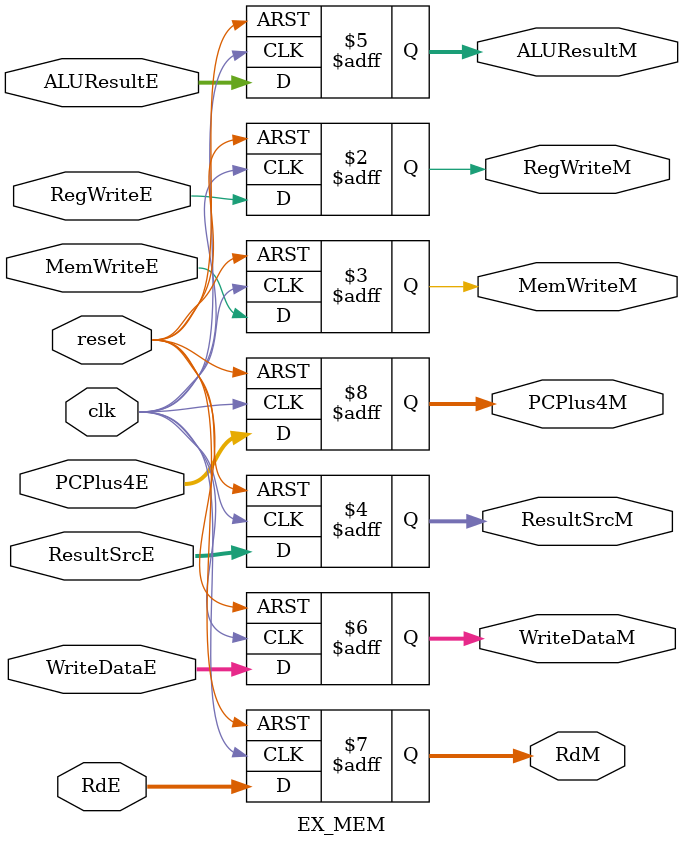
<source format=v>
module EX_MEM (
    input wire clk, reset,
    input wire RegWriteE, MemWriteE,
    input wire [1:0] ResultSrcE,  

    output reg RegWriteM, MemWriteM,
    output reg [1:0] ResultSrcM,

    input wire [31:0] ALUResultE, WriteDataE, 
    input wire [4:0] RdE, 
    input wire [31:0] PCPlus4E,

    output reg [31:0] ALUResultM, WriteDataM,
    output reg [4:0] RdM, 
    output reg [31:0] PCPlus4M
);

    always @(posedge clk or posedge reset ) begin
        if (reset) begin
            ALUResultM <= 0;
            WriteDataM <= 0;
            RdM <= 0; 
            PCPlus4M <= 0;

            RegWriteM <= 0;
            MemWriteM <= 0;
            ResultSrcM <= 0;
        end
        else begin
            ALUResultM <= ALUResultE;
            WriteDataM <= WriteDataE;
            RdM <= RdE; 
            PCPlus4M <= PCPlus4E; 

            RegWriteM <= RegWriteE;
            MemWriteM <= MemWriteE;
            ResultSrcM <= ResultSrcE; 
        end
        
    end
endmodule
</source>
